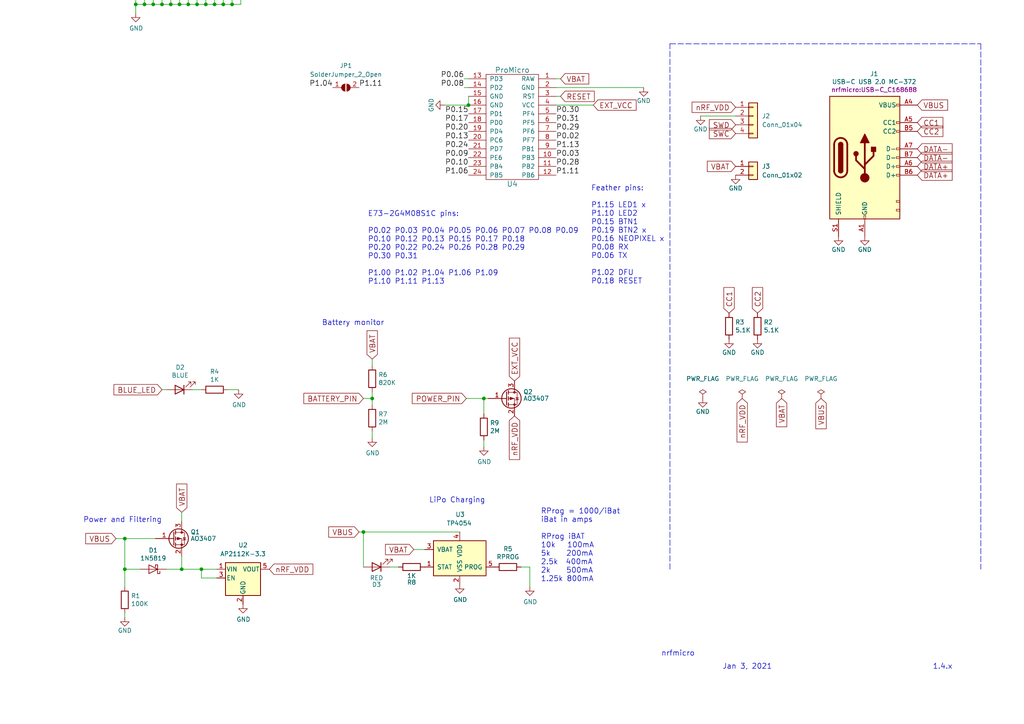
<source format=kicad_sch>
(kicad_sch (version 20211123) (generator eeschema)
  (paper "A4")
  (lib_symbols
    (symbol "Battery_Management:MCP73832-2-OT" (pin_names (offset 1.016))
      (property "Reference" "U" (at -7.62 6.35 0))
      (property "Value" "MCP73832-2-OT" (at 1.27 6.35 0))
      (symbol "MCP73832-2-OT_0_1"
        (rectangle (start -7.62 5.08) (end 7.62 -5.08) (stroke (width 0.254)) (fill (type background)))
      )
      (symbol "MCP73832-2-OT_1_1"
        (pin output line (at 10.16 -2.54 180) (length 2.54) (name "STAT") (number "1"))
        (pin power_in line (at 0 -7.62 90) (length 2.54) (name "VSS") (number "2"))
        (pin power_out line (at 10.16 2.54 180) (length 2.54) (name "VBAT") (number "3"))
        (pin power_in line (at 0 7.62 270) (length 2.54) (name "VDD") (number "4"))
        (pin input line (at -10.16 -2.54 0) (length 2.54) (name "PROG") (number "5"))
      )
    )
    (symbol "Connector_Generic:Conn_01x02" (pin_names (offset 1.016) hide)
      (property "Reference" "J" (at 0 2.54 0))
      (property "Value" "Conn_01x02" (at 0 -5.08 0))
      (symbol "Conn_01x02_1_1"
        (rectangle (start -1.27 -2.413) (end 0 -2.667) (stroke (width 0.1524)))
        (rectangle (start -1.27 0.127) (end 0 -0.127) (stroke (width 0.1524)))
        (rectangle (start -1.27 1.27) (end 1.27 -3.81) (stroke (width 0.254)) (fill (type background)))
        (pin passive line (at -5.08 0 0) (length 3.81) (name "Pin_1") (number "1"))
        (pin passive line (at -5.08 -2.54 0) (length 3.81) (name "Pin_2") (number "2"))
      )
    )
    (symbol "Connector_Generic:Conn_01x04" (pin_names (offset 1.016) hide)
      (property "Reference" "J" (at 0 5.08 0))
      (property "Value" "Conn_01x04" (at 0 -7.62 0))
      (symbol "Conn_01x04_1_1"
        (rectangle (start -1.27 -4.953) (end 0 -5.207) (stroke (width 0.1524)))
        (rectangle (start -1.27 -2.413) (end 0 -2.667) (stroke (width 0.1524)))
        (rectangle (start -1.27 0.127) (end 0 -0.127) (stroke (width 0.1524)))
        (rectangle (start -1.27 2.667) (end 0 2.413) (stroke (width 0.1524)))
        (rectangle (start -1.27 3.81) (end 1.27 -6.35) (stroke (width 0.254)) (fill (type background)))
        (pin passive line (at -5.08 2.54 0) (length 3.81) (name "Pin_1") (number "1"))
        (pin passive line (at -5.08 0 0) (length 3.81) (name "Pin_2") (number "2"))
        (pin passive line (at -5.08 -2.54 0) (length 3.81) (name "Pin_3") (number "3"))
        (pin passive line (at -5.08 -5.08 0) (length 3.81) (name "Pin_4") (number "4"))
      )
    )
    (symbol "Device:Crystal_Small" (pin_numbers hide) (pin_names (offset 1.016) hide)
      (property "Reference" "Y" (at 0 2.54 0))
      (property "Value" "Crystal_Small" (at 0 -2.54 0))
      (symbol "Crystal_Small_0_1"
        (rectangle (start -0.762 -1.524) (end 0.762 1.524))
        (polyline (pts (xy -1.27 -0.762) (xy -1.27 0.762)) (stroke (width 0.381)))
        (polyline (pts (xy 1.27 -0.762) (xy 1.27 0.762)) (stroke (width 0.381)))
      )
      (symbol "Crystal_Small_1_1"
        (pin passive line (at -2.54 0 0) (length 1.27) (name "1") (number "1"))
        (pin passive line (at 2.54 0 180) (length 1.27) (name "2") (number "2"))
      )
    )
    (symbol "Device:LED" (pin_numbers hide) (pin_names (offset 1.016) hide)
      (property "Reference" "D" (at 0 2.54 0))
      (property "Value" "LED" (at 0 -2.54 0))
      (symbol "LED_0_1"
        (polyline (pts (xy -1.27 -1.27) (xy -1.27 1.27)) (stroke (width 0.254)))
        (polyline (pts (xy -1.27 0) (xy 1.27 0)))
        (polyline (pts (xy 1.27 -1.27) (xy 1.27 1.27) (xy -1.27 0) (xy 1.27 -1.27)) (stroke (width 0.254)))
        (polyline (pts (xy -3.048 -0.762) (xy -4.572 -2.286) (xy -3.81 -2.286) (xy -4.572 -2.286) (xy -4.572 -1.524)))
        (polyline (pts (xy -1.778 -0.762) (xy -3.302 -2.286) (xy -2.54 -2.286) (xy -3.302 -2.286) (xy -3.302 -1.524)))
      )
      (symbol "LED_1_1"
        (pin passive line (at -3.81 0 0) (length 2.54) (name "K") (number "1"))
        (pin passive line (at 3.81 0 180) (length 2.54) (name "A") (number "2"))
      )
    )
    (symbol "Device:R" (pin_numbers hide) (pin_names (offset 0))
      (property "Reference" "R" (at 2.032 0 90))
      (property "Value" "R" (at 0 0 90))
      (symbol "R_0_1"
        (rectangle (start -1.016 -2.54) (end 1.016 2.54) (stroke (width 0.254)))
      )
      (symbol "R_1_1"
        (pin passive line (at 0 3.81 270) (length 1.27) (name "~") (number "1"))
        (pin passive line (at 0 -3.81 90) (length 1.27) (name "~") (number "2"))
      )
    )
    (symbol "Jumper:SolderJumper_2_Open" (pin_names (offset 0) hide)
      (property "Reference" "JP" (at 0 2.032 0))
      (property "Value" "SolderJumper_2_Open" (at 0 -2.54 0))
      (symbol "SolderJumper_2_Open_0_1"
        (arc (start -0.254 1.016) (mid -1.27 0) (end -0.254 -1.016))
        (arc (start -0.254 1.016) (mid -1.27 0) (end -0.254 -1.016) (fill (type outline)))
        (polyline (pts (xy -0.254 1.016) (xy -0.254 -1.016)))
        (polyline (pts (xy 0.254 1.016) (xy 0.254 -1.016)))
        (arc (start 0.254 -1.016) (mid 1.27 0) (end 0.254 1.016))
        (arc (start 0.254 -1.016) (mid 1.27 0) (end 0.254 1.016) (fill (type outline)))
      )
      (symbol "SolderJumper_2_Open_1_1"
        (pin passive line (at -3.81 0 0) (length 2.54) (name "A") (number "1"))
        (pin passive line (at 3.81 0 180) (length 2.54) (name "B") (number "2"))
      )
    )
    (symbol "Regulator_Linear:AP2112K-3.3" (pin_names (offset 0.254))
      (property "Reference" "U" (at -5.08 5.715 0))
      (property "Value" "AP2112K-3.3" (at 0 5.715 0))
      (symbol "AP2112K-3.3_0_1"
        (rectangle (start -5.08 4.445) (end 5.08 -5.08) (stroke (width 0.254)) (fill (type background)))
      )
      (symbol "AP2112K-3.3_1_1"
        (pin power_in line (at -7.62 2.54 0) (length 2.54) (name "VIN") (number "1"))
        (pin power_in line (at 0 -7.62 90) (length 2.54) (name "GND") (number "2"))
        (pin input line (at -7.62 0 0) (length 2.54) (name "EN") (number "3"))
        (pin no_connect line (at 5.08 0 180) (length 2.54) hide (name "NC") (number "4"))
        (pin power_out line (at 7.62 2.54 180) (length 2.54) (name "VOUT") (number "5"))
      )
    )
    (symbol "Rigado:BMD-340" (pin_names (offset 1.016))
      (property "Reference" "U" (at -22.86 46.99 0))
      (property "Value" "BMD-340" (at -20.32 44.45 0))
      (symbol "BMD-340_0_1"
        (rectangle (start -27.94 43.18) (end 27.94 -40.64) (fill (type background)))
      )
      (symbol "BMD-340_1_1"
        (pin power_in line (at -15.24 -43.18 90) (length 2.54) (name "GND") (number "1"))
        (pin bidirectional line (at -30.48 -33.02 0) (length 2.54) (name "P0.29/AIN5") (number "10"))
        (pin bidirectional line (at -30.48 -35.56 0) (length 2.54) (name "P0.30/AIN6") (number "11"))
        (pin bidirectional line (at -30.48 -38.1 0) (length 2.54) (name "P0.31/AIN7") (number "12"))
        (pin bidirectional line (at -30.48 40.64 0) (length 2.54) (name "P0.00/XTAL1") (number "13"))
        (pin bidirectional line (at -30.48 38.1 0) (length 2.54) (name "P0.01/XTAL2") (number "14"))
        (pin bidirectional line (at -30.48 35.56 0) (length 2.54) (name "P0.02/AIN0") (number "15"))
        (pin power_in line (at -2.54 -43.18 90) (length 2.54) (name "GND") (number "16"))
        (pin power_in line (at -2.54 45.72 270) (length 2.54) (name "VCC") (number "17"))
        (pin power_in line (at 0 -43.18 90) (length 2.54) (name "GND") (number "18"))
        (pin bidirectional line (at -30.48 33.02 0) (length 2.54) (name "P0.03/AIN1") (number "19"))
        (pin power_in line (at -12.7 -43.18 90) (length 2.54) (name "GND") (number "2"))
        (pin bidirectional line (at -30.48 30.48 0) (length 2.54) (name "P0.04/AIN2") (number "20"))
        (pin bidirectional line (at -30.48 27.94 0) (length 2.54) (name "P0.05/AIN3") (number "21"))
        (pin bidirectional line (at -30.48 25.4 0) (length 2.54) (name "P0.06") (number "22"))
        (pin bidirectional line (at -30.48 22.86 0) (length 2.54) (name "P0.07/TRACECLK") (number "23"))
        (pin bidirectional line (at -30.48 20.32 0) (length 2.54) (name "P0.08") (number "24"))
        (pin bidirectional line (at -30.48 17.78 0) (length 2.54) (name "P0.09/NFC1") (number "25"))
        (pin bidirectional line (at -30.48 15.24 0) (length 2.54) (name "P0.10/NFC2") (number "26"))
        (pin bidirectional line (at -30.48 12.7 0) (length 2.54) (name "P0.11/TRACEDATA[2]") (number "27"))
        (pin bidirectional line (at -30.48 10.16 0) (length 2.54) (name "P0.12/TRACEDATA[1]") (number "28"))
        (pin power_in line (at 2.54 -43.18 90) (length 2.54) (name "GND") (number "29"))
        (pin power_in line (at -10.16 -43.18 90) (length 2.54) (name "GND") (number "3"))
        (pin power_in line (at 5.08 -43.18 90) (length 2.54) (name "GND") (number "30"))
        (pin bidirectional line (at -30.48 7.62 0) (length 2.54) (name "P0.13") (number "31"))
        (pin bidirectional line (at -30.48 5.08 0) (length 2.54) (name "P0.14") (number "32"))
        (pin bidirectional line (at -30.48 2.54 0) (length 2.54) (name "P0.15") (number "33"))
        (pin bidirectional line (at -30.48 0 0) (length 2.54) (name "P0.16") (number "34"))
        (pin bidirectional line (at -30.48 -2.54 0) (length 2.54) (name "P0.17") (number "35"))
        (pin bidirectional line (at -30.48 -12.7 0) (length 2.54) (name "P0.21") (number "36"))
        (pin bidirectional line (at -30.48 -7.62 0) (length 2.54) (name "P0.19") (number "37"))
        (pin bidirectional line (at -30.48 -10.16 0) (length 2.54) (name "P0.20") (number "38"))
        (pin bidirectional line (at -30.48 -5.08 0) (length 2.54) (name "P0.18/nRESET") (number "39"))
        (pin power_in line (at -7.62 -43.18 90) (length 2.54) (name "GND") (number "4"))
        (pin bidirectional line (at -30.48 -15.24 0) (length 2.54) (name "P0.22") (number "40"))
        (pin bidirectional line (at -30.48 -17.78 0) (length 2.54) (name "P0.23") (number "41"))
        (pin bidirectional line (at -30.48 -20.32 0) (length 2.54) (name "P0.24") (number "42"))
        (pin bidirectional line (at 30.48 -10.16 180) (length 2.54) (name "SWCLK") (number "43"))
        (pin bidirectional line (at 30.48 -12.7 180) (length 2.54) (name "SWDIO") (number "44"))
        (pin power_in line (at 7.62 -43.18 90) (length 2.54) (name "GND") (number "45"))
        (pin power_in line (at 10.16 -43.18 90) (length 2.54) (name "GND") (number "46"))
        (pin power_in line (at 12.7 -43.18 90) (length 2.54) (name "GND") (number "47"))
        (pin bidirectional line (at 30.48 27.94 180) (length 2.54) (name "P1.05") (number "48"))
        (pin bidirectional line (at 30.48 25.4 180) (length 2.54) (name "P1.06") (number "49"))
        (pin power_in line (at -5.08 -43.18 90) (length 2.54) (name "GND") (number "5"))
        (pin bidirectional line (at 30.48 22.86 180) (length 2.54) (name "P1.07") (number "50"))
        (pin bidirectional line (at 30.48 20.32 180) (length 2.54) (name "P1.08") (number "51"))
        (pin bidirectional line (at 30.48 17.78 180) (length 2.54) (name "TRACEDATA[3]/P1.09") (number "52"))
        (pin bidirectional line (at 30.48 15.24 180) (length 2.54) (name "P1.10") (number "53"))
        (pin bidirectional line (at 30.48 12.7 180) (length 2.54) (name "P1.11") (number "54"))
        (pin power_in line (at 15.24 -43.18 90) (length 2.54) (name "GND") (number "55"))
        (pin input line (at 30.48 40.64 180) (length 2.54) (name "SWO/TRACEDATA[0]/P1.00") (number "56"))
        (pin input line (at 30.48 38.1 180) (length 2.54) (name "P1.01") (number "57"))
        (pin input line (at 30.48 35.56 180) (length 2.54) (name "P1.02") (number "58"))
        (pin input line (at 30.48 33.02 180) (length 2.54) (name "P1.03") (number "59"))
        (pin bidirectional line (at -30.48 -22.86 0) (length 2.54) (name "P0.25") (number "6"))
        (pin input line (at 30.48 30.48 180) (length 2.54) (name "P1.04") (number "60"))
        (pin input line (at 30.48 10.16 180) (length 2.54) (name "P1.12") (number "61"))
        (pin input line (at 30.48 7.62 180) (length 2.54) (name "P1.13") (number "62"))
        (pin input line (at 30.48 5.08 180) (length 2.54) (name "P1.14") (number "63"))
        (pin input line (at 30.48 2.54 180) (length 2.54) (name "P1.15") (number "64"))
        (pin power_in line (at 0 45.72 270) (length 2.54) (name "VCCH") (number "65"))
        (pin power_in line (at 2.54 45.72 270) (length 2.54) (name "VBUS") (number "66"))
        (pin input line (at 30.48 -2.54 180) (length 2.54) (name "USB-D-") (number "67"))
        (pin input line (at 30.48 -5.08 180) (length 2.54) (name "USB-D+") (number "68"))
        (pin bidirectional line (at -30.48 -25.4 0) (length 2.54) (name "P0.26") (number "7"))
        (pin bidirectional line (at -30.48 -27.94 0) (length 2.54) (name "P0.27") (number "8"))
        (pin bidirectional line (at -30.48 -30.48 0) (length 2.54) (name "P0.28/AIN4") (number "9"))
      )
    )
    (symbol "nrfmicro-rescue:BSS83P" (pin_names (offset 0) hide)
      (property "Reference" "Q" (at 5.08 1.905 0))
      (property "Value" "BSS83P" (at 5.08 0 0))
      (symbol "BSS83P_0_1"
        (polyline (pts (xy 0 0) (xy 0.254 0)))
        (polyline (pts (xy 0.762 -1.778) (xy 2.54 -1.778)))
        (polyline (pts (xy 0.762 -1.27) (xy 0.762 -2.286)) (stroke (width 0.254)))
        (polyline (pts (xy 0.762 0) (xy 2.54 0)))
        (polyline (pts (xy 0.762 0.508) (xy 0.762 -0.508)) (stroke (width 0.254)))
        (polyline (pts (xy 0.762 1.778) (xy 2.54 1.778)))
        (polyline (pts (xy 0.762 2.286) (xy 0.762 1.27)) (stroke (width 0.254)))
        (polyline (pts (xy 2.54 -1.778) (xy 2.54 -2.54)))
        (polyline (pts (xy 2.54 -1.778) (xy 2.54 0)))
        (polyline (pts (xy 2.54 2.54) (xy 2.54 1.778)))
        (polyline (pts (xy 0.254 1.905) (xy 0.254 -1.905) (xy 0.254 -1.905)) (stroke (width 0.254)))
        (polyline (pts (xy 2.286 0) (xy 1.27 -0.381) (xy 1.27 0.381) (xy 2.286 0)) (fill (type outline)))
        (polyline (pts (xy 2.54 -1.778) (xy 3.302 -1.778) (xy 3.302 1.778) (xy 2.54 1.778)))
        (polyline (pts (xy 2.794 -0.508) (xy 2.921 -0.381) (xy 3.683 -0.381) (xy 3.81 -0.254)))
        (polyline (pts (xy 3.302 -0.381) (xy 2.921 0.254) (xy 3.683 0.254) (xy 3.302 -0.381)))
        (circle (center 1.651 0) (radius 2.8194) (stroke (width 0.254)))
        (circle (center 2.54 -1.778) (radius 0.2794) (fill (type outline)))
        (circle (center 2.54 1.778) (radius 0.2794) (fill (type outline)))
      )
      (symbol "BSS83P_1_1"
        (pin input line (at -5.08 0 0) (length 5.08) (name "G") (number "1"))
        (pin passive line (at 2.54 -5.08 90) (length 2.54) (name "S") (number "2"))
        (pin passive line (at 2.54 5.08 270) (length 2.54) (name "D") (number "3"))
      )
    )
    (symbol "nrfmicro-rescue:GND" (power) (pin_names (offset 0))
      (property "Value" "GND" (at 0 -3.81 0))
      (symbol "GND_0_1"
        (polyline (pts (xy 0 0) (xy 0 -1.27) (xy 1.27 -1.27) (xy 0 -2.54) (xy -1.27 -1.27) (xy 0 -1.27)))
      )
      (symbol "GND_1_1"
        (pin power_in line (at 0 0 270) (length 0) hide (name "GND") (number "1"))
      )
    )
    (symbol "nrfmicro-rescue:MBR0520" (pin_numbers hide) (pin_names (offset 1.016) hide)
      (property "Reference" "D" (at 0 2.54 0))
      (property "Value" "MBR0520" (at 0 -2.54 0))
      (symbol "MBR0520_0_1"
        (polyline (pts (xy 1.27 0) (xy -1.27 0)))
        (polyline (pts (xy 1.27 1.27) (xy 1.27 -1.27) (xy -1.27 0) (xy 1.27 1.27)) (stroke (width 0.2032)))
        (polyline (pts (xy -1.905 0.635) (xy -1.905 1.27) (xy -1.27 1.27) (xy -1.27 -1.27) (xy -0.635 -1.27) (xy -0.635 -0.635)) (stroke (width 0.2032)))
      )
      (symbol "MBR0520_1_1"
        (pin passive line (at -3.81 0 0) (length 2.54) (name "K") (number "1"))
        (pin passive line (at 3.81 0 180) (length 2.54) (name "A") (number "2"))
      )
    )
    (symbol "nrfmicro-rescue:ProMicro" (pin_names (offset 1.016))
      (property "Reference" "U" (at 0 -21.59 0))
      (property "Value" "ProMicro" (at 0 11.43 0))
      (symbol "ProMicro_0_1"
        (rectangle (start 7.62 10.16) (end -7.62 -20.32))
      )
      (symbol "ProMicro_1_1"
        (pin input line (at 12.7 8.89 180) (length 5.08) (name "RAW") (number "1"))
        (pin input line (at 12.7 -13.97 180) (length 5.08) (name "PB3") (number "10"))
        (pin input line (at 12.7 -16.51 180) (length 5.08) (name "PB2") (number "11"))
        (pin input line (at 12.7 -19.05 180) (length 5.08) (name "PB6") (number "12"))
        (pin input line (at -12.7 8.89 0) (length 5.08) (name "PD3") (number "13"))
        (pin input line (at -12.7 6.35 0) (length 5.08) (name "PD2") (number "14"))
        (pin input line (at -12.7 3.81 0) (length 5.08) (name "GND") (number "15"))
        (pin input line (at -12.7 1.27 0) (length 5.08) (name "GND") (number "16"))
        (pin input line (at -12.7 -1.27 0) (length 5.08) (name "PD1") (number "17"))
        (pin input line (at -12.7 -3.81 0) (length 5.08) (name "PD0") (number "18"))
        (pin input line (at -12.7 -6.35 0) (length 5.08) (name "PD4") (number "19"))
        (pin input line (at 12.7 6.35 180) (length 5.08) (name "GND") (number "2"))
        (pin input line (at -12.7 -8.89 0) (length 5.08) (name "PC6") (number "20"))
        (pin input line (at -12.7 -11.43 0) (length 5.08) (name "PD7") (number "21"))
        (pin input line (at -12.7 -13.97 0) (length 5.08) (name "PE6") (number "22"))
        (pin input line (at -12.7 -16.51 0) (length 5.08) (name "PB4") (number "23"))
        (pin input line (at -12.7 -19.05 0) (length 5.08) (name "PB5") (number "24"))
        (pin input line (at 12.7 3.81 180) (length 5.08) (name "RST") (number "3"))
        (pin input line (at 12.7 1.27 180) (length 5.08) (name "VCC") (number "4"))
        (pin input line (at 12.7 -1.27 180) (length 5.08) (name "PF4") (number "5"))
        (pin input line (at 12.7 -3.81 180) (length 5.08) (name "PF5") (number "6"))
        (pin input line (at 12.7 -6.35 180) (length 5.08) (name "PF6") (number "7"))
        (pin input line (at 12.7 -8.89 180) (length 5.08) (name "PF7") (number "8"))
        (pin input line (at 12.7 -11.43 180) (length 5.08) (name "PB1") (number "9"))
      )
    )
    (symbol "nrfmicro-rescue:R" (pin_numbers hide) (pin_names (offset 0))
      (property "Reference" "R" (at 2.032 0 90))
      (property "Value" "R" (at 0 0 90))
      (symbol "R_0_1"
        (rectangle (start -1.016 -2.54) (end 1.016 2.54) (stroke (width 0.254)))
      )
      (symbol "R_1_1"
        (pin passive line (at 0 3.81 270) (length 1.27) (name "~") (number "1"))
        (pin passive line (at 0 -3.81 90) (length 1.27) (name "~") (number "2"))
      )
    )
    (symbol "nrfmicro:USB_C_Receptacle_USB2.0" (pin_names (offset 1.016))
      (property "Reference" "J" (at -10.16 19.05 0))
      (property "Value" "USB_C_Receptacle_USB2.0" (at 19.05 19.05 0))
      (symbol "USB_C_Receptacle_USB2.0_0_0"
        (rectangle (start -0.254 -17.78) (end 0.254 -16.764))
        (rectangle (start 10.16 -14.986) (end 9.144 -15.494))
        (rectangle (start 10.16 -12.446) (end 9.144 -12.954))
        (rectangle (start 10.16 -4.826) (end 9.144 -5.334))
        (rectangle (start 10.16 -2.286) (end 9.144 -2.794))
        (rectangle (start 10.16 0.254) (end 9.144 -0.254))
        (rectangle (start 10.16 2.794) (end 9.144 2.286))
        (rectangle (start 10.16 7.874) (end 9.144 7.366))
        (rectangle (start 10.16 10.414) (end 9.144 9.906))
        (rectangle (start 10.16 15.494) (end 9.144 14.986))
      )
      (symbol "USB_C_Receptacle_USB2.0_0_1"
        (rectangle (start -10.16 17.78) (end 10.16 -17.78) (stroke (width 0.254)) (fill (type background)))
        (arc (start -8.89 -3.81) (mid -6.985 -5.715) (end -5.08 -3.81) (stroke (width 0.508)))
        (arc (start -7.62 -3.81) (mid -6.985 -4.445) (end -6.35 -3.81) (stroke (width 0.254)))
        (arc (start -7.62 -3.81) (mid -6.985 -4.445) (end -6.35 -3.81) (stroke (width 0.254)) (fill (type outline)))
        (rectangle (start -7.62 -3.81) (end -6.35 3.81) (stroke (width 0.254)) (fill (type outline)))
        (arc (start -6.35 3.81) (mid -6.985 4.445) (end -7.62 3.81) (stroke (width 0.254)))
        (arc (start -6.35 3.81) (mid -6.985 4.445) (end -7.62 3.81) (stroke (width 0.254)) (fill (type outline)))
        (arc (start -5.08 3.81) (mid -6.985 5.715) (end -8.89 3.81) (stroke (width 0.508)))
        (circle (center -2.54 1.143) (radius 0.635) (stroke (width 0.254)) (fill (type outline)))
        (circle (center 0 -5.842) (radius 1.27) (fill (type outline)))
        (polyline (pts (xy -8.89 -3.81) (xy -8.89 3.81)) (stroke (width 0.508)))
        (polyline (pts (xy -5.08 3.81) (xy -5.08 -3.81)) (stroke (width 0.508)))
        (polyline (pts (xy 0 -5.842) (xy 0 4.318)) (stroke (width 0.508)))
        (polyline (pts (xy 0 -3.302) (xy -2.54 -0.762) (xy -2.54 0.508)) (stroke (width 0.508)))
        (polyline (pts (xy 0 -2.032) (xy 2.54 0.508) (xy 2.54 1.778)) (stroke (width 0.508)))
        (polyline (pts (xy -1.27 4.318) (xy 0 6.858) (xy 1.27 4.318) (xy -1.27 4.318)) (stroke (width 0.254)) (fill (type outline)))
        (rectangle (start 1.905 1.778) (end 3.175 3.048) (stroke (width 0.254)) (fill (type outline)))
      )
      (symbol "USB_C_Receptacle_USB2.0_1_1"
        (pin power_in line (at 0 -22.86 90) (length 5.08) (name "GND") (number "A1"))
        (pin power_in line (at 15.24 15.24 180) (length 5.08) (name "VBUS") (number "A4"))
        (pin bidirectional line (at 15.24 10.16 180) (length 5.08) (name "CC1") (number "A5"))
        (pin bidirectional line (at 15.24 -2.54 180) (length 5.08) (name "D+") (number "A6"))
        (pin bidirectional line (at 15.24 2.54 180) (length 5.08) (name "D-") (number "A7"))
        (pin bidirectional line (at 15.24 7.62 180) (length 5.08) (name "CC2") (number "B5"))
        (pin bidirectional line (at 15.24 -5.08 180) (length 5.08) (name "D+") (number "B6"))
        (pin bidirectional line (at 15.24 0 180) (length 5.08) (name "D-") (number "B7"))
        (pin passive line (at -7.62 -22.86 90) (length 5.08) (name "SHIELD") (number "S1"))
      )
    )
    (symbol "power:GND" (power) (pin_names (offset 0))
      (property "Value" "GND" (at 0 -3.81 0))
      (symbol "GND_0_1"
        (polyline (pts (xy 0 0) (xy 0 -1.27) (xy 1.27 -1.27) (xy 0 -2.54) (xy -1.27 -1.27) (xy 0 -1.27)))
      )
      (symbol "GND_1_1"
        (pin power_in line (at 0 0 270) (length 0) hide (name "GND") (number "1"))
      )
    )
    (symbol "power:PWR_FLAG" (power) (pin_numbers hide) (pin_names (offset 0) hide)
      (property "Value" "PWR_FLAG" (at 0 3.81 0))
      (symbol "PWR_FLAG_0_0"
        (pin power_out line (at 0 0 90) (length 0) (name "pwr") (number "1"))
      )
      (symbol "PWR_FLAG_0_1"
        (polyline (pts (xy 0 0) (xy 0 1.27) (xy -1.016 1.905) (xy 0 2.54) (xy 1.016 1.905) (xy 0 1.27)))
      )
    )
  )
  (junction (at 135.89 30.48))
  (junction (at 49.53 1.27))
  (junction (at 52.07 1.27))
  (junction (at 52.07 -93.98))
  (junction (at 39.37 1.27))
  (junction (at 107.95 115.57))
  (junction (at 64.77 1.27))
  (junction (at 140.335 115.57))
  (junction (at 41.91 1.27))
  (junction (at 62.23 1.27))
  (junction (at 57.15 1.27))
  (junction (at 46.99 1.27))
  (junction (at 36.195 156.21))
  (junction (at 58.42 165.1))
  (junction (at 67.31 1.27))
  (junction (at 105.41 154.305))
  (junction (at 59.69 1.27))
  (junction (at 54.61 1.27))
  (junction (at 52.705 165.1))
  (junction (at 36.195 165.1))
  (junction (at 44.45 1.27))
  (wire (pts (xy 57.15 -93.98) (xy 57.15 -90.17)))
  (wire (pts (xy 120.015 159.385) (xy 123.19 159.385)))
  (wire (pts (xy 69.85 1.27) (xy 69.85 -1.27)))
  (wire (pts (xy 85.09 -62.23) (xy 96.52 -62.23)))
  (wire (pts (xy 52.07 -1.27) (xy 52.07 1.27)))
  (wire (pts (xy 59.69 1.27) (xy 62.23 1.27)))
  (wire (pts (xy 52.07 -93.98) (xy 52.07 -90.17)))
  (wire (pts (xy 39.37 1.27) (xy 41.91 1.27)))
  (wire (pts (xy 161.29 22.86) (xy 162.56 22.86)))
  (wire (pts (xy 21.59 -67.31) (xy 24.13 -67.31)))
  (wire (pts (xy 85.09 -85.09) (xy 87.63 -85.09)))
  (wire (pts (xy 54.61 -1.27) (xy 54.61 1.27)))
  (wire (pts (xy 107.95 125.095) (xy 107.95 127)))
  (wire (pts (xy 104.14 154.305) (xy 105.41 154.305)))
  (wire (pts (xy 161.29 27.94) (xy 162.56 27.94)))
  (wire (pts (xy 21.59 -64.77) (xy 24.13 -64.77)))
  (wire (pts (xy 21.59 -24.13) (xy 24.13 -24.13)))
  (wire (pts (xy 62.23 1.27) (xy 64.77 1.27)))
  (wire (pts (xy 21.59 -19.05) (xy 24.13 -19.05)))
  (wire (pts (xy 12.7 -39.37) (xy 24.13 -39.37)))
  (wire (pts (xy 67.31 1.27) (xy 69.85 1.27)))
  (wire (pts (xy 21.59 -52.07) (xy 24.13 -52.07)))
  (wire (pts (xy 41.91 1.27) (xy 44.45 1.27)))
  (wire (pts (xy 21.59 -54.61) (xy 24.13 -54.61)))
  (wire (pts (xy 57.15 -1.27) (xy 57.15 1.27)))
  (wire (pts (xy 8.89 -82.55) (xy 24.13 -82.55)))
  (wire (pts (xy 46.99 -1.27) (xy 46.99 1.27)))
  (polyline (pts (xy 194.31 12.7) (xy 284.48 12.7)))
  (wire (pts (xy 62.23 -1.27) (xy 62.23 1.27)))
  (wire (pts (xy 36.195 177.8) (xy 36.195 179.07)))
  (wire (pts (xy 21.59 -6.35) (xy 24.13 -6.35)))
  (wire (pts (xy 161.29 30.48) (xy 172.085 30.48)))
  (wire (pts (xy 105.41 164.465) (xy 105.41 154.305)))
  (wire (pts (xy 57.15 1.27) (xy 59.69 1.27)))
  (wire (pts (xy 55.88 113.03) (xy 58.42 113.03)))
  (wire (pts (xy 64.77 -1.27) (xy 64.77 1.27)))
  (wire (pts (xy 140.335 115.57) (xy 141.605 115.57)))
  (wire (pts (xy 58.42 167.64) (xy 58.42 165.1)))
  (wire (pts (xy 54.61 -93.98) (xy 52.07 -93.98)))
  (wire (pts (xy 140.335 127.635) (xy 140.335 129.54)))
  (wire (pts (xy 85.09 -41.91) (xy 92.71 -41.91)))
  (wire (pts (xy 21.59 -80.01) (xy 24.13 -80.01)))
  (wire (pts (xy 21.59 -34.29) (xy 24.13 -34.29)))
  (polyline (pts (xy 194.31 165.1) (xy 194.31 12.7)))
  (wire (pts (xy 54.61 -90.17) (xy 54.61 -93.98)))
  (wire (pts (xy 135.255 115.57) (xy 140.335 115.57)))
  (wire (pts (xy 85.09 -52.07) (xy 87.63 -52.07)))
  (wire (pts (xy 36.195 165.1) (xy 36.195 170.18)))
  (wire (pts (xy 54.61 1.27) (xy 57.15 1.27)))
  (wire (pts (xy 85.09 -74.93) (xy 87.63 -74.93)))
  (wire (pts (xy 151.13 164.465) (xy 153.67 164.465)))
  (wire (pts (xy 64.77 1.27) (xy 67.31 1.27)))
  (wire (pts (xy 67.31 -1.27) (xy 67.31 1.27)))
  (wire (pts (xy 41.91 -1.27) (xy 41.91 1.27)))
  (wire (pts (xy 52.705 148.59) (xy 52.705 151.13)))
  (wire (pts (xy 36.195 156.21) (xy 33.655 156.21)))
  (wire (pts (xy 203.2 33.655) (xy 213.36 33.655)))
  (wire (pts (xy 105.41 115.57) (xy 107.95 115.57)))
  (wire (pts (xy 21.59 -59.69) (xy 24.13 -59.69)))
  (wire (pts (xy 113.03 164.465) (xy 115.57 164.465)))
  (wire (pts (xy 52.705 165.1) (xy 58.42 165.1)))
  (wire (pts (xy 135.89 27.94) (xy 135.89 30.48)))
  (wire (pts (xy 21.59 -46.99) (xy 24.13 -46.99)))
  (wire (pts (xy 21.59 -29.21) (xy 24.13 -29.21)))
  (wire (pts (xy 8.89 -87.63) (xy 13.335 -87.63)))
  (wire (pts (xy 85.09 -57.15) (xy 87.63 -57.15)))
  (wire (pts (xy 36.195 165.1) (xy 40.64 165.1)))
  (wire (pts (xy 21.59 -11.43) (xy 24.13 -11.43)))
  (polyline (pts (xy 284.48 12.7) (xy 284.48 165.1)))
  (wire (pts (xy 52.705 161.29) (xy 52.705 165.1)))
  (wire (pts (xy 64.77 -93.98) (xy 57.15 -93.98)))
  (wire (pts (xy 134.62 25.4) (xy 135.89 25.4)))
  (wire (pts (xy 43.18 -93.98) (xy 52.07 -93.98)))
  (wire (pts (xy 161.29 25.4) (xy 186.69 25.4)))
  (wire (pts (xy 21.59 -77.47) (xy 24.13 -77.47)))
  (wire (pts (xy 135.89 30.48) (xy 128.905 30.48)))
  (wire (pts (xy 36.195 156.21) (xy 36.195 165.1)))
  (wire (pts (xy 62.865 167.64) (xy 58.42 167.64)))
  (wire (pts (xy 105.41 154.305) (xy 133.35 154.305)))
  (wire (pts (xy 85.09 -59.69) (xy 96.52 -59.69)))
  (wire (pts (xy 52.07 1.27) (xy 54.61 1.27)))
  (wire (pts (xy 85.09 -80.01) (xy 87.63 -80.01)))
  (wire (pts (xy 48.26 165.1) (xy 52.705 165.1)))
  (wire (pts (xy 107.95 104.14) (xy 107.95 106.045)))
  (wire (pts (xy 39.37 -1.27) (xy 39.37 1.27)))
  (wire (pts (xy 12.7 -74.93) (xy 24.13 -74.93)))
  (wire (pts (xy 39.37 1.27) (xy 39.37 3.81)))
  (wire (pts (xy 46.99 113.03) (xy 48.26 113.03)))
  (wire (pts (xy 13.335 -85.09) (xy 24.13 -85.09)))
  (wire (pts (xy 49.53 1.27) (xy 52.07 1.27)))
  (wire (pts (xy 21.59 -69.85) (xy 24.13 -69.85)))
  (wire (pts (xy 85.09 -39.37) (xy 92.71 -39.37)))
  (wire (pts (xy 44.45 -1.27) (xy 44.45 1.27)))
  (wire (pts (xy 21.59 -62.23) (xy 24.13 -62.23)))
  (wire (pts (xy 44.45 1.27) (xy 46.99 1.27)))
  (wire (pts (xy 66.04 113.03) (xy 69.215 113.03)))
  (wire (pts (xy 107.95 113.665) (xy 107.95 115.57)))
  (wire (pts (xy 153.67 164.465) (xy 153.67 170.18)))
  (wire (pts (xy 21.59 -8.89) (xy 24.13 -8.89)))
  (wire (pts (xy 13.335 -85.09) (xy 13.335 -87.63)))
  (wire (pts (xy 85.09 -34.29) (xy 92.71 -34.29)))
  (wire (pts (xy 59.69 -1.27) (xy 59.69 1.27)))
  (wire (pts (xy 21.59 -41.91) (xy 24.13 -41.91)))
  (wire (pts (xy 85.09 -31.75) (xy 92.71 -31.75)))
  (wire (pts (xy 12.7 -72.39) (xy 24.13 -72.39)))
  (wire (pts (xy 134.62 22.86) (xy 135.89 22.86)))
  (wire (pts (xy 85.09 -69.85) (xy 87.63 -69.85)))
  (wire (pts (xy 140.335 120.015) (xy 140.335 115.57)))
  (wire (pts (xy 36.195 156.21) (xy 45.085 156.21)))
  (wire (pts (xy 46.99 1.27) (xy 49.53 1.27)))
  (wire (pts (xy 49.53 -1.27) (xy 49.53 1.27)))
  (wire (pts (xy 107.95 115.57) (xy 107.95 117.475)))
  (wire (pts (xy 21.59 -13.97) (xy 24.13 -13.97)))
  (wire (pts (xy 58.42 165.1) (xy 62.865 165.1)))
  (text "LiPo Charging\n" (at 124.46 146.05 0) (effects (font (size 1.524 1.524)) (justify left bottom)))
  (text "Jan 3, 2021" (at 209.55 194.31 0) (effects (font (size 1.524 1.524)) (justify left bottom)))
  (text "1.4.x" (at 270.51 194.31 0) (effects (font (size 1.524 1.524)) (justify left bottom)))
  (text "RProg = 1000/iBat\niBat in amps\n\nRProg iBAT\n10k   100mA\n5k    200mA\n2.5k  400mA\n2k    500mA\n1.25k 800mA" (at 156.845 168.91 0) (effects (font (size 1.524 1.524)) (justify left bottom)))
  (text "Power and Filtering" (at 24.13 151.765 0) (effects (font (size 1.524 1.524)) (justify left bottom)))
  (text "nrfmicro" (at 191.77 190.5 0) (effects (font (size 1.524 1.524)) (justify left bottom)))
  (text "Battery monitor" (at 93.345 94.615 0) (effects (font (size 1.524 1.524)) (justify left bottom)))
  (text "E73-2G4M08S1C pins:\n\nP0.02 P0.03 P0.04 P0.05 P0.06 P0.07 P0.08 P0.09\nP0.10 P0.12 P0.13 P0.15 P0.17 P0.18\nP0.20 P0.22 P0.24 P0.26 P0.28 P0.29\nP0.30 P0.31\n\nP1.00 P1.02 P1.04 P1.06 P1.09\nP1.10 P1.11 P1.13\n\n" (at 106.68 85.09 0) (effects (font (size 1.524 1.524)) (justify left bottom)))
  (text "Feather pins:\n\nP1.15 LED1 x\nP1.10 LED2\nP0.15 BTN1\nP0.19 BTN2 x\nP0.16 NEOPIXEL x\nP0.08 RX\nP0.06 TX\n\nP1.02 DFU\nP0.18 RESET\n" (at 171.45 82.55 0) (effects (font (size 1.524 1.524)) (justify left bottom)))
  (label "P0.15" (at 135.89 33.02 180) (effects (font (size 1.524 1.524))))
  (label "P0.04" (at 21.59 -74.93 180) (effects (font (size 1.524 1.524))))
  (label "P0.03" (at 161.29 45.72 0) (effects (font (size 1.524 1.524))))
  (label "P0.08" (at 134.62 25.4 180) (effects (font (size 1.524 1.524))))
  (label "P0.12" (at 21.59 -54.61 180) (effects (font (size 1.524 1.524))))
  (label "P1.11" (at 87.63 -57.15 0) (effects (font (size 1.524 1.524))))
  (label "P0.22" (at 21.59 -29.21 180) (effects (font (size 1.524 1.524))))
  (label "P1.06" (at 135.89 50.8 180) (effects (font (size 1.524 1.524))))
  (label "P0.29" (at 161.29 38.1 0) (effects (font (size 1.524 1.524))))
  (label "P1.13" (at 87.63 -52.07 0) (effects (font (size 1.524 1.524))))
  (label "P0.00" (at 21.59 -85.09 180) (effects (font (size 1.524 1.524))))
  (label "P0.10" (at 135.89 48.26 180) (effects (font (size 1.524 1.524))))
  (label "P0.20" (at 21.59 -34.29 180) (effects (font (size 1.524 1.524))))
  (label "P0.26" (at 21.59 -19.05 180) (effects (font (size 1.524 1.524))))
  (label "P1.11" (at 161.29 50.8 0) (effects (font (size 1.524 1.524))))
  (label "P0.18" (at 21.59 -39.37 180) (effects (font (size 1.524 1.524))))
  (label "P0.24" (at 21.59 -24.13 180) (effects (font (size 1.524 1.524))))
  (label "P0.09" (at 21.59 -62.23 180) (effects (font (size 1.524 1.524))))
  (label "P1.04" (at 87.63 -74.93 0) (effects (font (size 1.524 1.524))))
  (label "P0.24" (at 135.89 43.18 180) (effects (font (size 1.524 1.524))))
  (label "P0.31" (at 161.29 35.56 0) (effects (font (size 1.524 1.524))))
  (label "P0.30" (at 21.59 -8.89 180) (effects (font (size 1.524 1.524))))
  (label "P0.28" (at 21.59 -13.97 180) (effects (font (size 1.524 1.524))))
  (label "P1.13" (at 161.29 43.18 0) (effects (font (size 1.524 1.524))))
  (label "P0.09" (at 135.89 45.72 180) (effects (font (size 1.524 1.524))))
  (label "P0.03" (at 21.59 -77.47 180) (effects (font (size 1.524 1.524))))
  (label "P1.11" (at 104.14 25.4 0) (effects (font (size 1.524 1.524))))
  (label "P0.02" (at 161.29 40.64 0) (effects (font (size 1.524 1.524))))
  (label "P0.20" (at 135.89 38.1 180) (effects (font (size 1.524 1.524))))
  (label "P0.15" (at 21.59 -46.99 180) (effects (font (size 1.524 1.524))))
  (label "P0.30" (at 161.29 33.02 0) (effects (font (size 1.524 1.524))))
  (label "P0.17" (at 135.89 35.56 180) (effects (font (size 1.524 1.524))))
  (label "P0.13" (at 135.89 40.64 180) (effects (font (size 1.524 1.524))))
  (label "P0.06" (at 134.62 22.86 180) (effects (font (size 1.524 1.524))))
  (label "P1.10" (at 87.63 -59.69 0) (effects (font (size 1.524 1.524))))
  (label "P1.02" (at 87.63 -80.01 0) (effects (font (size 1.524 1.524))))
  (label "P1.06" (at 87.63 -69.85 0) (effects (font (size 1.524 1.524))))
  (label "P0.31" (at 21.59 -6.35 180) (effects (font (size 1.524 1.524))))
  (label "P0.13" (at 21.59 -52.07 180) (effects (font (size 1.524 1.524))))
  (label "P0.28" (at 161.29 48.26 0) (effects (font (size 1.524 1.524))))
  (label "P0.06" (at 21.59 -69.85 180) (effects (font (size 1.524 1.524))))
  (label "P1.00" (at 87.63 -85.09 0) (effects (font (size 1.524 1.524))))
  (label "P0.02" (at 21.59 -80.01 180) (effects (font (size 1.524 1.524))))
  (label "P0.05" (at 21.59 -72.39 180) (effects (font (size 1.524 1.524))))
  (label "P0.17" (at 21.59 -41.91 180) (effects (font (size 1.524 1.524))))
  (label "P0.08" (at 21.59 -64.77 180) (effects (font (size 1.524 1.524))))
  (label "P0.10" (at 21.59 -59.69 180) (effects (font (size 1.524 1.524))))
  (label "P1.09" (at 87.63 -62.23 0) (effects (font (size 1.524 1.524))))
  (label "P0.07" (at 21.59 -67.31 180) (effects (font (size 1.524 1.524))))
  (label "P0.01" (at 21.59 -82.55 180) (effects (font (size 1.524 1.524))))
  (label "P1.04" (at 96.52 25.4 180) (effects (font (size 1.524 1.524))))
  (label "P0.29" (at 21.59 -11.43 180) (effects (font (size 1.524 1.524))))
  (global_label "nRF_VDD" (shape input) (at 149.225 120.65 270) (effects (font (size 1.524 1.524))) (property "Intersheet References" "${INTERSHEET_REFS}" (effects hide)))
  (global_label "VBUS" (shape input) (at 238.125 115.57 270) (effects (font (size 1.524 1.524))) (property "Intersheet References" "${INTERSHEET_REFS}" (effects hide)))
  (global_label "POWER_PIN" (shape input) (at 135.255 115.57 180) (effects (font (size 1.524 1.524))) (property "Intersheet References" "${INTERSHEET_REFS}" (effects hide)))
  (global_label "VBUS" (shape input) (at 266.065 30.48 0) (effects (font (size 1.524 1.524))) (property "Intersheet References" "${INTERSHEET_REFS}" (effects hide)))
  (global_label "CC1" (shape input) (at 211.455 90.805 90) (effects (font (size 1.524 1.524))) (property "Intersheet References" "${INTERSHEET_REFS}" (effects hide)))
  (global_label "DATA+" (shape input) (at 266.065 50.8 0) (effects (font (size 1.524 1.524))) (property "Intersheet References" "${INTERSHEET_REFS}" (effects hide)))
  (global_label "nRF_VDD" (shape input) (at 213.36 31.115 180) (effects (font (size 1.524 1.524))) (property "Intersheet References" "${INTERSHEET_REFS}" (effects hide)))
  (global_label "CC2" (shape input) (at 266.065 38.1 0) (effects (font (size 1.524 1.524))) (property "Intersheet References" "${INTERSHEET_REFS}" (effects hide)))
  (global_label "RESET" (shape input) (at 12.7 -39.37 180) (effects (font (size 1.524 1.524))) (property "Intersheet References" "${INTERSHEET_REFS}" (effects hide)))
  (global_label "CC2" (shape input) (at 219.71 90.805 90) (effects (font (size 1.524 1.524))) (property "Intersheet References" "${INTERSHEET_REFS}" (effects hide)))
  (global_label "VBAT" (shape input) (at 226.695 115.57 270) (effects (font (size 1.524 1.524))) (property "Intersheet References" "${INTERSHEET_REFS}" (effects hide)))
  (global_label "VBUS" (shape input) (at 33.655 156.21 180) (effects (font (size 1.524 1.524))) (property "Intersheet References" "${INTERSHEET_REFS}" (effects hide)))
  (global_label "SWD" (shape input) (at 213.36 36.195 180) (effects (font (size 1.524 1.524))) (property "Intersheet References" "${INTERSHEET_REFS}" (effects hide)))
  (global_label "VBAT" (shape input) (at 213.36 48.26 180) (effects (font (size 1.524 1.524))) (property "Intersheet References" "${INTERSHEET_REFS}" (effects hide)))
  (global_label "CC1" (shape input) (at 266.065 35.56 0) (effects (font (size 1.524 1.524))) (property "Intersheet References" "${INTERSHEET_REFS}" (effects hide)))
  (global_label "nRF_VDD" (shape input) (at 43.18 -93.98 180) (effects (font (size 1.524 1.524))) (property "Intersheet References" "${INTERSHEET_REFS}" (effects hide)))
  (global_label "PROG" (shape input) (at 12.7 -72.39 180) (effects (font (size 1.524 1.524))) (property "Intersheet References" "${INTERSHEET_REFS}" (effects hide)))
  (global_label "nRF_VDD" (shape input) (at 78.105 165.1 0) (effects (font (size 1.524 1.524))) (property "Intersheet References" "${INTERSHEET_REFS}" (effects hide)))
  (global_label "BATTERY_PIN" (shape input) (at 12.7 -74.93 180) (effects (font (size 1.524 1.524))) (property "Intersheet References" "${INTERSHEET_REFS}" (effects hide)))
  (global_label "DATA-" (shape input) (at 92.71 -41.91 0) (effects (font (size 1.524 1.524))) (property "Intersheet References" "${INTERSHEET_REFS}" (effects hide)))
  (global_label "VBAT" (shape input) (at 107.95 104.14 90) (effects (font (size 1.524 1.524))) (property "Intersheet References" "${INTERSHEET_REFS}" (effects hide)))
  (global_label "SWC" (shape input) (at 213.36 38.735 180) (effects (font (size 1.524 1.524))) (property "Intersheet References" "${INTERSHEET_REFS}" (effects hide)))
  (global_label "POWER_PIN" (shape input) (at 96.52 -62.23 0) (effects (font (size 1.524 1.524))) (property "Intersheet References" "${INTERSHEET_REFS}" (effects hide)))
  (global_label "nRF_VDD" (shape input) (at 215.265 115.57 270) (effects (font (size 1.524 1.524))) (property "Intersheet References" "${INTERSHEET_REFS}" (effects hide)))
  (global_label "VBAT" (shape input) (at 162.56 22.86 0) (effects (font (size 1.524 1.524))) (property "Intersheet References" "${INTERSHEET_REFS}" (effects hide)))
  (global_label "BLUE_LED" (shape input) (at 96.52 -59.69 0) (effects (font (size 1.524 1.524))) (property "Intersheet References" "${INTERSHEET_REFS}" (effects hide)))
  (global_label "SWD" (shape input) (at 92.71 -31.75 0) (effects (font (size 1.524 1.524))) (property "Intersheet References" "${INTERSHEET_REFS}" (effects hide)))
  (global_label "VBUS" (shape input) (at 64.77 -93.98 0) (effects (font (size 1.524 1.524))) (property "Intersheet References" "${INTERSHEET_REFS}" (effects hide)))
  (global_label "BATTERY_PIN" (shape input) (at 105.41 115.57 180) (effects (font (size 1.524 1.524))) (property "Intersheet References" "${INTERSHEET_REFS}" (effects hide)))
  (global_label "VBUS" (shape input) (at 104.14 154.305 180) (effects (font (size 1.524 1.524))) (property "Intersheet References" "${INTERSHEET_REFS}" (effects hide)))
  (global_label "DATA+" (shape input) (at 266.065 48.26 0) (effects (font (size 1.524 1.524))) (property "Intersheet References" "${INTERSHEET_REFS}" (effects hide)))
  (global_label "SWC" (shape input) (at 92.71 -34.29 0) (effects (font (size 1.524 1.524))) (property "Intersheet References" "${INTERSHEET_REFS}" (effects hide)))
  (global_label "DATA-" (shape input) (at 266.065 45.72 0) (effects (font (size 1.524 1.524))) (property "Intersheet References" "${INTERSHEET_REFS}" (effects hide)))
  (global_label "DATA-" (shape input) (at 266.065 43.18 0) (effects (font (size 1.524 1.524))) (property "Intersheet References" "${INTERSHEET_REFS}" (effects hide)))
  (global_label "EXT_VCC" (shape input) (at 149.225 110.49 90) (effects (font (size 1.524 1.524))) (property "Intersheet References" "${INTERSHEET_REFS}" (effects hide)))
  (global_label "VBAT" (shape input) (at 120.015 159.385 180) (effects (font (size 1.524 1.524))) (property "Intersheet References" "${INTERSHEET_REFS}" (effects hide)))
  (global_label "EXT_VCC" (shape input) (at 172.085 30.48 0) (effects (font (size 1.524 1.524))) (property "Intersheet References" "${INTERSHEET_REFS}" (effects hide)))
  (global_label "BLUE_LED" (shape input) (at 46.99 113.03 180) (effects (font (size 1.524 1.524))) (property "Intersheet References" "${INTERSHEET_REFS}" (effects hide)))
  (global_label "RESET" (shape input) (at 162.56 27.94 0) (effects (font (size 1.524 1.524))) (property "Intersheet References" "${INTERSHEET_REFS}" (effects hide)))
  (global_label "VBAT" (shape input) (at 52.705 148.59 90) (effects (font (size 1.524 1.524))) (property "Intersheet References" "${INTERSHEET_REFS}" (effects hide)))
  (global_label "DATA+" (shape input) (at 92.71 -39.37 0) (effects (font (size 1.524 1.524))) (property "Intersheet References" "${INTERSHEET_REFS}" (effects hide)))
  (symbol (lib_id "nrfmicro-rescue:ProMicro") (at 148.59 31.75 0) (unit 1)
    (property "Reference" "U4" (at 148.59 53.34 0) (effects (font (size 1.524 1.524))))
    (property "Value" "ProMicro" (at 148.59 20.32 0) (effects (font (size 1.524 1.524))))
    (property "Footprint" "nrfmicro:pro_micro" (effects hide))
  )
  (symbol (lib_id "nrfmicro-rescue:MBR0520") (at 44.45 165.1 180) (unit 1)
    (property "Reference" "D1" (at 44.45 159.6136 0))
    (property "Value" "1N5819" (at 44.45 161.925 0))
    (property "Footprint" "Diode_SMD:D_SOD-323F" (effects hide))
  )
  (symbol (lib_id "nrfmicro-rescue:BSS83P") (at 50.165 156.21 0) (unit 1)
    (property "Reference" "Q1" (at 55.245 154.305 0) (effects (justify left)))
    (property "Value" "AO3407" (at 55.245 156.21 0) (effects (justify left)))
    (property "Footprint" "Package_TO_SOT_SMD:SOT-23" (effects hide))
  )
  (symbol (lib_id "nrfmicro-rescue:R") (at 36.195 173.99 0) (unit 1)
    (property "Reference" "R1" (at 37.973 172.8216 0) (effects (justify left)))
    (property "Value" "100K" (at 37.973 175.133 0) (effects (justify left)))
    (property "Footprint" "Resistor_SMD:R_0603_1608Metric" (effects hide))
  )
  (symbol (lib_id "nrfmicro-rescue:GND") (at 36.195 179.07 0) (unit 1)
    (property "Reference" "#PWR017" (effects hide))
    (property "Value" "GND" (at 36.195 182.88 0))
  )
  (symbol (lib_id "nrfmicro:USB_C_Receptacle_USB2.0") (at 250.825 45.72 0) (unit 1)
    (property "Reference" "J1" (at 253.5428 21.4122 0))
    (property "Value" "USB-C USB 2.0 MC-372" (at 253.5428 23.7236 0))
    (property "Footprint" "nrfmicro:USB-C_C168688" (at 253.5428 26.035 0))
    (property "Datasheet" "https://www.usb.org/sites/default/files/documents/usb_type-c.zip" (effects hide))
  )
  (symbol (lib_id "power:GND") (at 133.35 169.545 0) (unit 1)
    (property "Reference" "#PWR0103" (effects hide))
    (property "Value" "GND" (at 133.477 173.9392 0))
  )
  (symbol (lib_id "Device:R") (at 211.455 94.615 0) (unit 1)
    (property "Reference" "R3" (at 213.233 93.4466 0) (effects (justify left)))
    (property "Value" "5.1K" (at 213.233 95.758 0) (effects (justify left)))
    (property "Footprint" "Resistor_SMD:R_0603_1608Metric" (effects hide))
  )
  (symbol (lib_id "Device:R") (at 219.71 94.615 0) (unit 1)
    (property "Reference" "R2" (at 221.488 93.4466 0) (effects (justify left)))
    (property "Value" "5.1K" (at 221.488 95.758 0) (effects (justify left)))
    (property "Footprint" "Resistor_SMD:R_0603_1608Metric" (effects hide))
  )
  (symbol (lib_id "nrfmicro-rescue:GND") (at 219.71 98.425 0) (unit 1)
    (property "Reference" "#PWR0101" (effects hide))
    (property "Value" "GND" (at 219.71 102.235 0))
  )
  (symbol (lib_id "nrfmicro-rescue:GND") (at 211.455 98.425 0) (unit 1)
    (property "Reference" "#PWR0110" (effects hide))
    (property "Value" "GND" (at 211.455 102.235 0))
  )
  (symbol (lib_id "nrfmicro-rescue:GND") (at 250.825 68.58 0) (unit 1)
    (property "Reference" "#PWR0111" (effects hide))
    (property "Value" "GND" (at 250.825 72.39 0))
  )
  (symbol (lib_id "Device:R") (at 107.95 109.855 0) (unit 1)
    (property "Reference" "R6" (at 109.728 108.6866 0) (effects (justify left)))
    (property "Value" "820K" (at 109.728 110.998 0) (effects (justify left)))
    (property "Footprint" "Resistor_SMD:R_0603_1608Metric" (effects hide))
  )
  (symbol (lib_id "Device:R") (at 107.95 121.285 0) (unit 1)
    (property "Reference" "R7" (at 109.728 120.1166 0) (effects (justify left)))
    (property "Value" "2M" (at 109.728 122.428 0) (effects (justify left)))
    (property "Footprint" "Resistor_SMD:R_0603_1608Metric" (effects hide))
  )
  (symbol (lib_id "nrfmicro-rescue:GND") (at 107.95 127 0) (unit 1)
    (property "Reference" "#PWR0102" (effects hide))
    (property "Value" "GND" (at 108.077 131.3942 0))
  )
  (symbol (lib_id "nrfmicro-rescue:GND") (at 186.69 25.4 0) (unit 1)
    (property "Reference" "#PWR0113" (effects hide))
    (property "Value" "GND" (at 186.69 29.21 0))
  )
  (symbol (lib_id "nrfmicro-rescue:GND") (at 128.905 30.48 270) (unit 1)
    (property "Reference" "#PWR0115" (effects hide))
    (property "Value" "GND" (at 125.095 30.48 0))
  )
  (symbol (lib_id "power:GND") (at 69.215 113.03 0) (unit 1)
    (property "Reference" "#PWR0117" (effects hide))
    (property "Value" "GND" (at 69.342 117.4242 0))
  )
  (symbol (lib_id "Device:LED") (at 52.07 113.03 180) (unit 1)
    (property "Reference" "D2" (at 52.2478 106.553 0))
    (property "Value" "BLUE" (at 52.2478 108.8644 0))
    (property "Footprint" "LED_SMD:LED_0603_1608Metric" (effects hide))
  )
  (symbol (lib_id "nrfmicro-rescue:BSS83P") (at 146.685 115.57 0) (unit 1)
    (property "Reference" "Q2" (at 151.765 113.665 0) (effects (justify left)))
    (property "Value" "AO3407" (at 151.765 115.57 0) (effects (justify left)))
    (property "Footprint" "Package_TO_SOT_SMD:SOT-23" (effects hide))
  )
  (symbol (lib_id "nrfmicro-rescue:R") (at 62.23 113.03 90) (unit 1)
    (property "Reference" "R4" (at 62.23 107.7722 90))
    (property "Value" "1K" (at 62.23 110.0836 90))
    (property "Footprint" "Resistor_SMD:R_0603_1608Metric" (effects hide))
  )
  (symbol (lib_id "nrfmicro-rescue:R") (at 119.38 164.465 90) (unit 1)
    (property "Reference" "R8" (at 119.38 168.91 90))
    (property "Value" "1K" (at 119.38 167.005 90))
    (property "Footprint" "Resistor_SMD:R_0603_1608Metric" (effects hide))
  )
  (symbol (lib_id "nrfmicro-rescue:GND") (at 213.36 50.8 0) (unit 1)
    (property "Reference" "#PWR0106" (effects hide))
    (property "Value" "GND" (at 213.36 54.61 0))
  )
  (symbol (lib_id "Connector_Generic:Conn_01x04") (at 218.44 33.655 0) (unit 1)
    (property "Reference" "J2" (at 220.98 33.6549 0) (effects (justify left)))
    (property "Value" "Conn_01x04" (at 220.98 36.1949 0) (effects (justify left)))
    (property "Footprint" "nrfmicro:connector_swd" (effects hide))
  )
  (symbol (lib_id "nrfmicro-rescue:GND") (at 70.485 175.26 0) (unit 1)
    (property "Reference" "#PWR0119" (effects hide))
    (property "Value" "GND" (at 70.612 179.6542 0))
  )
  (symbol (lib_id "Device:R") (at 140.335 123.825 0) (unit 1)
    (property "Reference" "R9" (at 142.113 122.6566 0) (effects (justify left)))
    (property "Value" "2M" (at 142.113 124.968 0) (effects (justify left)))
    (property "Footprint" "Resistor_SMD:R_0603_1608Metric" (effects hide))
  )
  (symbol (lib_id "Device:LED") (at 109.22 164.465 180) (unit 1)
    (property "Reference" "D3" (at 109.22 169.545 0))
    (property "Value" "RED" (at 109.22 167.64 0))
    (property "Footprint" "LED_SMD:LED_0603_1608Metric" (effects hide))
  )
  (symbol (lib_id "power:PWR_FLAG") (at 226.695 115.57 0) (unit 1)
    (property "Reference" "#FLG0101" (effects hide))
    (property "Value" "PWR_FLAG" (at 226.695 109.855 0))
  )
  (symbol (lib_id "nrfmicro-rescue:GND") (at 203.835 115.57 0) (unit 1)
    (property "Reference" "#PWR0120" (effects hide))
    (property "Value" "GND" (at 203.835 119.38 0))
  )
  (symbol (lib_id "Battery_Management:MCP73832-2-OT") (at 133.35 161.925 0) (mirror y) (unit 1)
    (property "Reference" "U3" (at 132.08 149.225 0) (effects (justify right)))
    (property "Value" "TP4054" (at 129.54 151.765 0) (effects (justify right)))
    (property "Footprint" "Package_TO_SOT_SMD:SOT-23-5" (effects hide))
    (property "Datasheet" "http://ww1.microchip.com/downloads/en/DeviceDoc/20001984g.pdf" (effects hide))
  )
  (symbol (lib_id "power:PWR_FLAG") (at 203.835 115.57 0) (unit 1)
    (property "Reference" "#FLG0103" (effects hide))
    (property "Value" "PWR_FLAG" (at 203.835 109.855 0))
  )
  (symbol (lib_id "nrfmicro-rescue:GND") (at 203.2 33.655 0) (unit 1)
    (property "Reference" "#PWR0104" (effects hide))
    (property "Value" "GND" (at 203.2 37.465 0))
  )
  (symbol (lib_id "Jumper:SolderJumper_2_Open") (at 100.33 25.4 0) (unit 1)
    (property "Reference" "JP1" (at 100.33 19.05 0))
    (property "Value" "SolderJumper_2_Open" (at 100.33 21.59 0))
    (property "Footprint" "nrfmicro:Jumper_SMD" (effects hide))
  )
  (symbol (lib_id "power:PWR_FLAG") (at 215.265 115.57 0) (unit 1)
    (property "Reference" "#FLG0104" (effects hide))
    (property "Value" "PWR_FLAG" (at 215.265 109.855 0))
  )
  (symbol (lib_id "Regulator_Linear:AP2112K-3.3") (at 70.485 167.64 0) (unit 1)
    (property "Reference" "U2" (at 70.485 158.115 0))
    (property "Value" "AP2112K-3.3" (at 70.485 160.655 0))
    (property "Footprint" "Package_TO_SOT_SMD:SOT-23-5" (effects hide))
    (property "Datasheet" "https://www.diodes.com/assets/Datasheets/AP2112.pdf" (effects hide))
  )
  (symbol (lib_id "power:PWR_FLAG") (at 238.125 115.57 0) (unit 1)
    (property "Reference" "#FLG0102" (effects hide))
    (property "Value" "PWR_FLAG" (at 238.125 109.855 0))
  )
  (symbol (lib_id "nrfmicro-rescue:GND") (at 243.205 68.58 0) (unit 1)
    (property "Reference" "#PWR0112" (effects hide))
    (property "Value" "GND" (at 243.205 72.39 0))
  )
  (symbol (lib_id "power:GND") (at 153.67 170.18 0) (unit 1)
    (property "Reference" "#PWR0116" (effects hide))
    (property "Value" "GND" (at 153.797 174.5742 0))
  )
  (symbol (lib_id "nrfmicro-rescue:GND") (at 140.335 129.54 0) (unit 1)
    (property "Reference" "#PWR0118" (effects hide))
    (property "Value" "GND" (at 140.462 133.9342 0))
  )
  (symbol (lib_id "Connector_Generic:Conn_01x02") (at 218.44 48.26 0) (unit 1)
    (property "Reference" "J3" (at 220.98 48.2599 0) (effects (justify left)))
    (property "Value" "Conn_01x02" (at 220.98 50.7999 0) (effects (justify left)))
  )
  (symbol (lib_id "Device:Crystal_Small") (at 8.89 -85.09 90) (unit 1)
    (property "Reference" "X1" (at 6.35 -86.3601 90) (effects (justify left)))
    (property "Value" "32768kHz" (at 6.35 -83.8201 90) (effects (justify left)))
  )
  (symbol (lib_id "nrfmicro-rescue:R") (at 147.32 164.465 90) (unit 1)
    (property "Reference" "R5" (at 147.32 159.2072 90))
    (property "Value" "RPROG" (at 147.32 161.5186 90))
    (property "Footprint" "Resistor_SMD:R_0603_1608Metric" (effects hide))
  )
  (symbol (lib_id "power:GND") (at 39.37 3.81 0) (unit 1)
    (property "Reference" "#PWR0114" (effects hide))
    (property "Value" "GND" (at 39.497 8.2042 0))
  )
  (symbol (lib_id "Rigado:BMD-340") (at 54.61 -44.45 0) (unit 1)
    (property "Reference" "U5" (at 59.0157 -91.7141 0) (effects (font (size 1.524 1.524)) (justify left)))
    (property "Value" "BMD-340" (at 59.0157 -88.7207 0) (effects (font (size 1.524 1.524)) (justify left)))
    (property "Footprint" "nrfmicro:BMD-340" (effects hide))
  )
)
</source>
